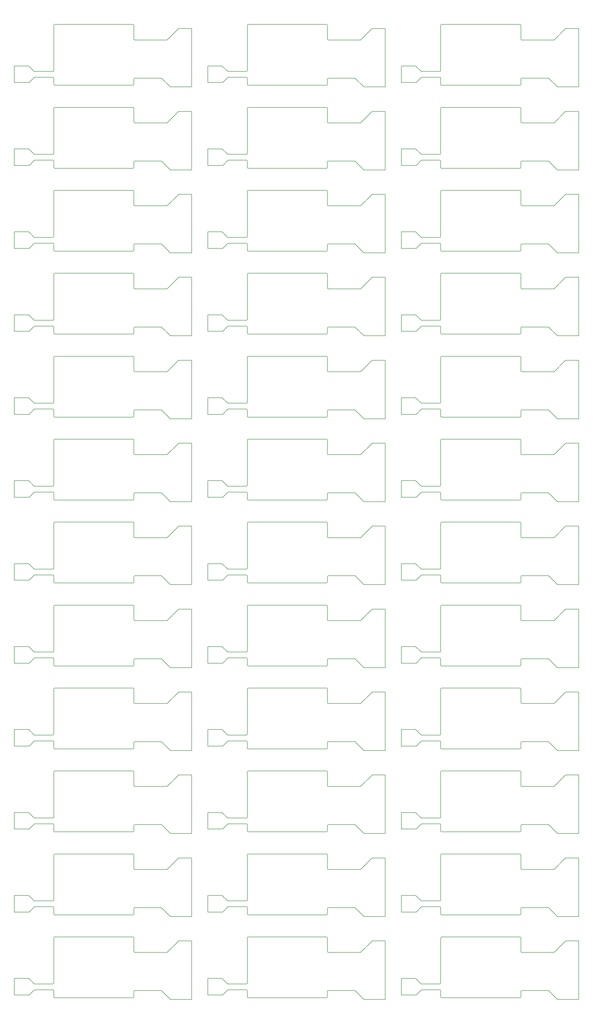
<source format=gbr>
G04 #@! TF.GenerationSoftware,KiCad,Pcbnew,(2017-07-13 revision e01eb2975)-makepkg*
G04 #@! TF.CreationDate,2017-08-29T12:18:45+02:00*
G04 #@! TF.ProjectId,panel,70616E656C2E6B696361645F70636200,rev?*
G04 #@! TF.SameCoordinates,Original
G04 #@! TF.FileFunction,Profile,NP*
%FSLAX46Y46*%
G04 Gerber Fmt 4.6, Leading zero omitted, Abs format (unit mm)*
G04 Created by KiCad (PCBNEW (2017-07-13 revision e01eb2975)-makepkg) date 08/29/17 12:18:45*
%MOMM*%
%LPD*%
G01*
G04 APERTURE LIST*
%ADD10C,0.150000*%
G04 APERTURE END LIST*
D10*
X184750000Y-357600000D02*
G75*
G03X185050000Y-357300000I0J300000D01*
G01*
X114750000Y-357600000D02*
G75*
G03X115050000Y-357300000I0J300000D01*
G01*
X44750000Y-357600000D02*
G75*
G03X45050000Y-357300000I0J300000D01*
G01*
X184750000Y-327600000D02*
G75*
G03X185050000Y-327300000I0J300000D01*
G01*
X114750000Y-327600000D02*
G75*
G03X115050000Y-327300000I0J300000D01*
G01*
X44750000Y-327600000D02*
G75*
G03X45050000Y-327300000I0J300000D01*
G01*
X184750000Y-297600000D02*
G75*
G03X185050000Y-297300000I0J300000D01*
G01*
X114750000Y-297600000D02*
G75*
G03X115050000Y-297300000I0J300000D01*
G01*
X44750000Y-297600000D02*
G75*
G03X45050000Y-297300000I0J300000D01*
G01*
X184750000Y-267600000D02*
G75*
G03X185050000Y-267300000I0J300000D01*
G01*
X114750000Y-267600000D02*
G75*
G03X115050000Y-267300000I0J300000D01*
G01*
X44750000Y-267600000D02*
G75*
G03X45050000Y-267300000I0J300000D01*
G01*
X184750000Y-237600000D02*
G75*
G03X185050000Y-237300000I0J300000D01*
G01*
X114750000Y-237600000D02*
G75*
G03X115050000Y-237300000I0J300000D01*
G01*
X44750000Y-237600000D02*
G75*
G03X45050000Y-237300000I0J300000D01*
G01*
X184750000Y-207600000D02*
G75*
G03X185050000Y-207300000I0J300000D01*
G01*
X114750000Y-207600000D02*
G75*
G03X115050000Y-207300000I0J300000D01*
G01*
X44750000Y-207600000D02*
G75*
G03X45050000Y-207300000I0J300000D01*
G01*
X184750000Y-177600000D02*
G75*
G03X185050000Y-177300000I0J300000D01*
G01*
X114750000Y-177600000D02*
G75*
G03X115050000Y-177300000I0J300000D01*
G01*
X44750000Y-177600000D02*
G75*
G03X45050000Y-177300000I0J300000D01*
G01*
X184750000Y-147600000D02*
G75*
G03X185050000Y-147300000I0J300000D01*
G01*
X114750000Y-147600000D02*
G75*
G03X115050000Y-147300000I0J300000D01*
G01*
X44750000Y-147600000D02*
G75*
G03X45050000Y-147300000I0J300000D01*
G01*
X184750000Y-117600000D02*
G75*
G03X185050000Y-117300000I0J300000D01*
G01*
X114750000Y-117600000D02*
G75*
G03X115050000Y-117300000I0J300000D01*
G01*
X44750000Y-117600000D02*
G75*
G03X45050000Y-117300000I0J300000D01*
G01*
X184750000Y-87600000D02*
G75*
G03X185050000Y-87300000I0J300000D01*
G01*
X114750000Y-87600000D02*
G75*
G03X115050000Y-87300000I0J300000D01*
G01*
X44750000Y-87600000D02*
G75*
G03X45050000Y-87300000I0J300000D01*
G01*
X184750000Y-57600000D02*
G75*
G03X185050000Y-57300000I0J300000D01*
G01*
X114750000Y-57600000D02*
G75*
G03X115050000Y-57300000I0J300000D01*
G01*
X44750000Y-57600000D02*
G75*
G03X45050000Y-57300000I0J300000D01*
G01*
X184750000Y-27600000D02*
G75*
G03X185050000Y-27300000I0J300000D01*
G01*
X114750000Y-27600000D02*
G75*
G03X115050000Y-27300000I0J300000D01*
G01*
X148975000Y-352600000D02*
X146975000Y-350600000D01*
X78975000Y-352600000D02*
X76975000Y-350600000D01*
X8975000Y-352600000D02*
X6975000Y-350600000D01*
X148975000Y-322600000D02*
X146975000Y-320600000D01*
X78975000Y-322600000D02*
X76975000Y-320600000D01*
X8975000Y-322600000D02*
X6975000Y-320600000D01*
X148975000Y-292600000D02*
X146975000Y-290600000D01*
X78975000Y-292600000D02*
X76975000Y-290600000D01*
X8975000Y-292600000D02*
X6975000Y-290600000D01*
X148975000Y-262600000D02*
X146975000Y-260600000D01*
X78975000Y-262600000D02*
X76975000Y-260600000D01*
X8975000Y-262600000D02*
X6975000Y-260600000D01*
X148975000Y-232600000D02*
X146975000Y-230600000D01*
X78975000Y-232600000D02*
X76975000Y-230600000D01*
X8975000Y-232600000D02*
X6975000Y-230600000D01*
X148975000Y-202600000D02*
X146975000Y-200600000D01*
X78975000Y-202600000D02*
X76975000Y-200600000D01*
X8975000Y-202600000D02*
X6975000Y-200600000D01*
X148975000Y-172600000D02*
X146975000Y-170600000D01*
X78975000Y-172600000D02*
X76975000Y-170600000D01*
X8975000Y-172600000D02*
X6975000Y-170600000D01*
X148975000Y-142600000D02*
X146975000Y-140600000D01*
X78975000Y-142600000D02*
X76975000Y-140600000D01*
X8975000Y-142600000D02*
X6975000Y-140600000D01*
X148975000Y-112600000D02*
X146975000Y-110600000D01*
X78975000Y-112600000D02*
X76975000Y-110600000D01*
X8975000Y-112600000D02*
X6975000Y-110600000D01*
X148975000Y-82600000D02*
X146975000Y-80600000D01*
X78975000Y-82600000D02*
X76975000Y-80600000D01*
X8975000Y-82600000D02*
X6975000Y-80600000D01*
X148975000Y-52600000D02*
X146975000Y-50600000D01*
X78975000Y-52600000D02*
X76975000Y-50600000D01*
X8975000Y-52600000D02*
X6975000Y-50600000D01*
X148975000Y-22600000D02*
X146975000Y-20600000D01*
X78975000Y-22600000D02*
X76975000Y-20600000D01*
X185050000Y-335900000D02*
G75*
G03X184750000Y-335600000I-300000J0D01*
G01*
X115050000Y-335900000D02*
G75*
G03X114750000Y-335600000I-300000J0D01*
G01*
X45050000Y-335900000D02*
G75*
G03X44750000Y-335600000I-300000J0D01*
G01*
X185050000Y-305900000D02*
G75*
G03X184750000Y-305600000I-300000J0D01*
G01*
X115050000Y-305900000D02*
G75*
G03X114750000Y-305600000I-300000J0D01*
G01*
X45050000Y-305900000D02*
G75*
G03X44750000Y-305600000I-300000J0D01*
G01*
X185050000Y-275900000D02*
G75*
G03X184750000Y-275600000I-300000J0D01*
G01*
X115050000Y-275900000D02*
G75*
G03X114750000Y-275600000I-300000J0D01*
G01*
X45050000Y-275900000D02*
G75*
G03X44750000Y-275600000I-300000J0D01*
G01*
X185050000Y-245900000D02*
G75*
G03X184750000Y-245600000I-300000J0D01*
G01*
X115050000Y-245900000D02*
G75*
G03X114750000Y-245600000I-300000J0D01*
G01*
X45050000Y-245900000D02*
G75*
G03X44750000Y-245600000I-300000J0D01*
G01*
X185050000Y-215900000D02*
G75*
G03X184750000Y-215600000I-300000J0D01*
G01*
X115050000Y-215900000D02*
G75*
G03X114750000Y-215600000I-300000J0D01*
G01*
X45050000Y-215900000D02*
G75*
G03X44750000Y-215600000I-300000J0D01*
G01*
X185050000Y-185900000D02*
G75*
G03X184750000Y-185600000I-300000J0D01*
G01*
X115050000Y-185900000D02*
G75*
G03X114750000Y-185600000I-300000J0D01*
G01*
X45050000Y-185900000D02*
G75*
G03X44750000Y-185600000I-300000J0D01*
G01*
X185050000Y-155900000D02*
G75*
G03X184750000Y-155600000I-300000J0D01*
G01*
X115050000Y-155900000D02*
G75*
G03X114750000Y-155600000I-300000J0D01*
G01*
X45050000Y-155900000D02*
G75*
G03X44750000Y-155600000I-300000J0D01*
G01*
X185050000Y-125900000D02*
G75*
G03X184750000Y-125600000I-300000J0D01*
G01*
X115050000Y-125900000D02*
G75*
G03X114750000Y-125600000I-300000J0D01*
G01*
X45050000Y-125900000D02*
G75*
G03X44750000Y-125600000I-300000J0D01*
G01*
X185050000Y-95900000D02*
G75*
G03X184750000Y-95600000I-300000J0D01*
G01*
X115050000Y-95900000D02*
G75*
G03X114750000Y-95600000I-300000J0D01*
G01*
X45050000Y-95900000D02*
G75*
G03X44750000Y-95600000I-300000J0D01*
G01*
X185050000Y-65900000D02*
G75*
G03X184750000Y-65600000I-300000J0D01*
G01*
X115050000Y-65900000D02*
G75*
G03X114750000Y-65600000I-300000J0D01*
G01*
X45050000Y-65900000D02*
G75*
G03X44750000Y-65600000I-300000J0D01*
G01*
X185050000Y-35900000D02*
G75*
G03X184750000Y-35600000I-300000J0D01*
G01*
X115050000Y-35900000D02*
G75*
G03X114750000Y-35600000I-300000J0D01*
G01*
X45050000Y-35900000D02*
G75*
G03X44750000Y-35600000I-300000J0D01*
G01*
X185050000Y-5900000D02*
G75*
G03X184750000Y-5600000I-300000J0D01*
G01*
X115050000Y-5900000D02*
G75*
G03X114750000Y-5600000I-300000J0D01*
G01*
X156050000Y-357300000D02*
G75*
G03X156350000Y-357600000I300000J0D01*
G01*
X86050000Y-357300000D02*
G75*
G03X86350000Y-357600000I300000J0D01*
G01*
X16050000Y-357300000D02*
G75*
G03X16350000Y-357600000I300000J0D01*
G01*
X156050000Y-327300000D02*
G75*
G03X156350000Y-327600000I300000J0D01*
G01*
X86050000Y-327300000D02*
G75*
G03X86350000Y-327600000I300000J0D01*
G01*
X16050000Y-327300000D02*
G75*
G03X16350000Y-327600000I300000J0D01*
G01*
X156050000Y-297300000D02*
G75*
G03X156350000Y-297600000I300000J0D01*
G01*
X86050000Y-297300000D02*
G75*
G03X86350000Y-297600000I300000J0D01*
G01*
X16050000Y-297300000D02*
G75*
G03X16350000Y-297600000I300000J0D01*
G01*
X156050000Y-267300000D02*
G75*
G03X156350000Y-267600000I300000J0D01*
G01*
X86050000Y-267300000D02*
G75*
G03X86350000Y-267600000I300000J0D01*
G01*
X16050000Y-267300000D02*
G75*
G03X16350000Y-267600000I300000J0D01*
G01*
X156050000Y-237300000D02*
G75*
G03X156350000Y-237600000I300000J0D01*
G01*
X86050000Y-237300000D02*
G75*
G03X86350000Y-237600000I300000J0D01*
G01*
X16050000Y-237300000D02*
G75*
G03X16350000Y-237600000I300000J0D01*
G01*
X156050000Y-207300000D02*
G75*
G03X156350000Y-207600000I300000J0D01*
G01*
X86050000Y-207300000D02*
G75*
G03X86350000Y-207600000I300000J0D01*
G01*
X16050000Y-207300000D02*
G75*
G03X16350000Y-207600000I300000J0D01*
G01*
X156050000Y-177300000D02*
G75*
G03X156350000Y-177600000I300000J0D01*
G01*
X86050000Y-177300000D02*
G75*
G03X86350000Y-177600000I300000J0D01*
G01*
X16050000Y-177300000D02*
G75*
G03X16350000Y-177600000I300000J0D01*
G01*
X156050000Y-147300000D02*
G75*
G03X156350000Y-147600000I300000J0D01*
G01*
X86050000Y-147300000D02*
G75*
G03X86350000Y-147600000I300000J0D01*
G01*
X16050000Y-147300000D02*
G75*
G03X16350000Y-147600000I300000J0D01*
G01*
X156050000Y-117300000D02*
G75*
G03X156350000Y-117600000I300000J0D01*
G01*
X86050000Y-117300000D02*
G75*
G03X86350000Y-117600000I300000J0D01*
G01*
X16050000Y-117300000D02*
G75*
G03X16350000Y-117600000I300000J0D01*
G01*
X156050000Y-87300000D02*
G75*
G03X156350000Y-87600000I300000J0D01*
G01*
X86050000Y-87300000D02*
G75*
G03X86350000Y-87600000I300000J0D01*
G01*
X16050000Y-87300000D02*
G75*
G03X16350000Y-87600000I300000J0D01*
G01*
X156050000Y-57300000D02*
G75*
G03X156350000Y-57600000I300000J0D01*
G01*
X86050000Y-57300000D02*
G75*
G03X86350000Y-57600000I300000J0D01*
G01*
X16050000Y-57300000D02*
G75*
G03X16350000Y-57600000I300000J0D01*
G01*
X156050000Y-27300000D02*
G75*
G03X156350000Y-27600000I300000J0D01*
G01*
X86050000Y-27300000D02*
G75*
G03X86350000Y-27600000I300000J0D01*
G01*
X156350000Y-357600000D02*
X184750000Y-357600000D01*
X86350000Y-357600000D02*
X114750000Y-357600000D01*
X16350000Y-357600000D02*
X44750000Y-357600000D01*
X156350000Y-327600000D02*
X184750000Y-327600000D01*
X86350000Y-327600000D02*
X114750000Y-327600000D01*
X16350000Y-327600000D02*
X44750000Y-327600000D01*
X156350000Y-297600000D02*
X184750000Y-297600000D01*
X86350000Y-297600000D02*
X114750000Y-297600000D01*
X16350000Y-297600000D02*
X44750000Y-297600000D01*
X156350000Y-267600000D02*
X184750000Y-267600000D01*
X86350000Y-267600000D02*
X114750000Y-267600000D01*
X16350000Y-267600000D02*
X44750000Y-267600000D01*
X156350000Y-237600000D02*
X184750000Y-237600000D01*
X86350000Y-237600000D02*
X114750000Y-237600000D01*
X16350000Y-237600000D02*
X44750000Y-237600000D01*
X156350000Y-207600000D02*
X184750000Y-207600000D01*
X86350000Y-207600000D02*
X114750000Y-207600000D01*
X16350000Y-207600000D02*
X44750000Y-207600000D01*
X156350000Y-177600000D02*
X184750000Y-177600000D01*
X86350000Y-177600000D02*
X114750000Y-177600000D01*
X16350000Y-177600000D02*
X44750000Y-177600000D01*
X156350000Y-147600000D02*
X184750000Y-147600000D01*
X86350000Y-147600000D02*
X114750000Y-147600000D01*
X16350000Y-147600000D02*
X44750000Y-147600000D01*
X156350000Y-117600000D02*
X184750000Y-117600000D01*
X86350000Y-117600000D02*
X114750000Y-117600000D01*
X16350000Y-117600000D02*
X44750000Y-117600000D01*
X156350000Y-87600000D02*
X184750000Y-87600000D01*
X86350000Y-87600000D02*
X114750000Y-87600000D01*
X16350000Y-87600000D02*
X44750000Y-87600000D01*
X156350000Y-57600000D02*
X184750000Y-57600000D01*
X86350000Y-57600000D02*
X114750000Y-57600000D01*
X16350000Y-57600000D02*
X44750000Y-57600000D01*
X156350000Y-27600000D02*
X184750000Y-27600000D01*
X86350000Y-27600000D02*
X114750000Y-27600000D01*
X156350000Y-335600000D02*
G75*
G03X156050000Y-335900000I0J-300000D01*
G01*
X86350000Y-335600000D02*
G75*
G03X86050000Y-335900000I0J-300000D01*
G01*
X16350000Y-335600000D02*
G75*
G03X16050000Y-335900000I0J-300000D01*
G01*
X156350000Y-305600000D02*
G75*
G03X156050000Y-305900000I0J-300000D01*
G01*
X86350000Y-305600000D02*
G75*
G03X86050000Y-305900000I0J-300000D01*
G01*
X16350000Y-305600000D02*
G75*
G03X16050000Y-305900000I0J-300000D01*
G01*
X156350000Y-275600000D02*
G75*
G03X156050000Y-275900000I0J-300000D01*
G01*
X86350000Y-275600000D02*
G75*
G03X86050000Y-275900000I0J-300000D01*
G01*
X16350000Y-275600000D02*
G75*
G03X16050000Y-275900000I0J-300000D01*
G01*
X156350000Y-245600000D02*
G75*
G03X156050000Y-245900000I0J-300000D01*
G01*
X86350000Y-245600000D02*
G75*
G03X86050000Y-245900000I0J-300000D01*
G01*
X16350000Y-245600000D02*
G75*
G03X16050000Y-245900000I0J-300000D01*
G01*
X156350000Y-215600000D02*
G75*
G03X156050000Y-215900000I0J-300000D01*
G01*
X86350000Y-215600000D02*
G75*
G03X86050000Y-215900000I0J-300000D01*
G01*
X16350000Y-215600000D02*
G75*
G03X16050000Y-215900000I0J-300000D01*
G01*
X156350000Y-185600000D02*
G75*
G03X156050000Y-185900000I0J-300000D01*
G01*
X86350000Y-185600000D02*
G75*
G03X86050000Y-185900000I0J-300000D01*
G01*
X16350000Y-185600000D02*
G75*
G03X16050000Y-185900000I0J-300000D01*
G01*
X156350000Y-155600000D02*
G75*
G03X156050000Y-155900000I0J-300000D01*
G01*
X86350000Y-155600000D02*
G75*
G03X86050000Y-155900000I0J-300000D01*
G01*
X16350000Y-155600000D02*
G75*
G03X16050000Y-155900000I0J-300000D01*
G01*
X156350000Y-125600000D02*
G75*
G03X156050000Y-125900000I0J-300000D01*
G01*
X86350000Y-125600000D02*
G75*
G03X86050000Y-125900000I0J-300000D01*
G01*
X16350000Y-125600000D02*
G75*
G03X16050000Y-125900000I0J-300000D01*
G01*
X156350000Y-95600000D02*
G75*
G03X156050000Y-95900000I0J-300000D01*
G01*
X86350000Y-95600000D02*
G75*
G03X86050000Y-95900000I0J-300000D01*
G01*
X16350000Y-95600000D02*
G75*
G03X16050000Y-95900000I0J-300000D01*
G01*
X156350000Y-65600000D02*
G75*
G03X156050000Y-65900000I0J-300000D01*
G01*
X86350000Y-65600000D02*
G75*
G03X86050000Y-65900000I0J-300000D01*
G01*
X16350000Y-65600000D02*
G75*
G03X16050000Y-65900000I0J-300000D01*
G01*
X156350000Y-35600000D02*
G75*
G03X156050000Y-35900000I0J-300000D01*
G01*
X86350000Y-35600000D02*
G75*
G03X86050000Y-35900000I0J-300000D01*
G01*
X16350000Y-35600000D02*
G75*
G03X16050000Y-35900000I0J-300000D01*
G01*
X156350000Y-5600000D02*
G75*
G03X156050000Y-5900000I0J-300000D01*
G01*
X86350000Y-5600000D02*
G75*
G03X86050000Y-5900000I0J-300000D01*
G01*
X146975000Y-350600000D02*
X141775000Y-350600000D01*
X76975000Y-350600000D02*
X71775000Y-350600000D01*
X6975000Y-350600000D02*
X1775000Y-350600000D01*
X146975000Y-320600000D02*
X141775000Y-320600000D01*
X76975000Y-320600000D02*
X71775000Y-320600000D01*
X6975000Y-320600000D02*
X1775000Y-320600000D01*
X146975000Y-290600000D02*
X141775000Y-290600000D01*
X76975000Y-290600000D02*
X71775000Y-290600000D01*
X6975000Y-290600000D02*
X1775000Y-290600000D01*
X146975000Y-260600000D02*
X141775000Y-260600000D01*
X76975000Y-260600000D02*
X71775000Y-260600000D01*
X6975000Y-260600000D02*
X1775000Y-260600000D01*
X146975000Y-230600000D02*
X141775000Y-230600000D01*
X76975000Y-230600000D02*
X71775000Y-230600000D01*
X6975000Y-230600000D02*
X1775000Y-230600000D01*
X146975000Y-200600000D02*
X141775000Y-200600000D01*
X76975000Y-200600000D02*
X71775000Y-200600000D01*
X6975000Y-200600000D02*
X1775000Y-200600000D01*
X146975000Y-170600000D02*
X141775000Y-170600000D01*
X76975000Y-170600000D02*
X71775000Y-170600000D01*
X6975000Y-170600000D02*
X1775000Y-170600000D01*
X146975000Y-140600000D02*
X141775000Y-140600000D01*
X76975000Y-140600000D02*
X71775000Y-140600000D01*
X6975000Y-140600000D02*
X1775000Y-140600000D01*
X146975000Y-110600000D02*
X141775000Y-110600000D01*
X76975000Y-110600000D02*
X71775000Y-110600000D01*
X6975000Y-110600000D02*
X1775000Y-110600000D01*
X146975000Y-80600000D02*
X141775000Y-80600000D01*
X76975000Y-80600000D02*
X71775000Y-80600000D01*
X6975000Y-80600000D02*
X1775000Y-80600000D01*
X146975000Y-50600000D02*
X141775000Y-50600000D01*
X76975000Y-50600000D02*
X71775000Y-50600000D01*
X6975000Y-50600000D02*
X1775000Y-50600000D01*
X146975000Y-20600000D02*
X141775000Y-20600000D01*
X76975000Y-20600000D02*
X71775000Y-20600000D01*
X141775000Y-350600000D02*
X141775000Y-355300000D01*
X71775000Y-350600000D02*
X71775000Y-355300000D01*
X1775000Y-350600000D02*
X1775000Y-355300000D01*
X141775000Y-320600000D02*
X141775000Y-325300000D01*
X71775000Y-320600000D02*
X71775000Y-325300000D01*
X1775000Y-320600000D02*
X1775000Y-325300000D01*
X141775000Y-290600000D02*
X141775000Y-295300000D01*
X71775000Y-290600000D02*
X71775000Y-295300000D01*
X1775000Y-290600000D02*
X1775000Y-295300000D01*
X141775000Y-260600000D02*
X141775000Y-265300000D01*
X71775000Y-260600000D02*
X71775000Y-265300000D01*
X1775000Y-260600000D02*
X1775000Y-265300000D01*
X141775000Y-230600000D02*
X141775000Y-235300000D01*
X71775000Y-230600000D02*
X71775000Y-235300000D01*
X1775000Y-230600000D02*
X1775000Y-235300000D01*
X141775000Y-200600000D02*
X141775000Y-205300000D01*
X71775000Y-200600000D02*
X71775000Y-205300000D01*
X1775000Y-200600000D02*
X1775000Y-205300000D01*
X141775000Y-170600000D02*
X141775000Y-175300000D01*
X71775000Y-170600000D02*
X71775000Y-175300000D01*
X1775000Y-170600000D02*
X1775000Y-175300000D01*
X141775000Y-140600000D02*
X141775000Y-145300000D01*
X71775000Y-140600000D02*
X71775000Y-145300000D01*
X1775000Y-140600000D02*
X1775000Y-145300000D01*
X141775000Y-110600000D02*
X141775000Y-115300000D01*
X71775000Y-110600000D02*
X71775000Y-115300000D01*
X1775000Y-110600000D02*
X1775000Y-115300000D01*
X141775000Y-80600000D02*
X141775000Y-85300000D01*
X71775000Y-80600000D02*
X71775000Y-85300000D01*
X1775000Y-80600000D02*
X1775000Y-85300000D01*
X141775000Y-50600000D02*
X141775000Y-55300000D01*
X71775000Y-50600000D02*
X71775000Y-55300000D01*
X1775000Y-50600000D02*
X1775000Y-55300000D01*
X141775000Y-20600000D02*
X141775000Y-25300000D01*
X71775000Y-20600000D02*
X71775000Y-25300000D01*
X141775000Y-355300000D02*
X141775000Y-356600000D01*
X71775000Y-355300000D02*
X71775000Y-356600000D01*
X1775000Y-355300000D02*
X1775000Y-356600000D01*
X141775000Y-325300000D02*
X141775000Y-326600000D01*
X71775000Y-325300000D02*
X71775000Y-326600000D01*
X1775000Y-325300000D02*
X1775000Y-326600000D01*
X141775000Y-295300000D02*
X141775000Y-296600000D01*
X71775000Y-295300000D02*
X71775000Y-296600000D01*
X1775000Y-295300000D02*
X1775000Y-296600000D01*
X141775000Y-265300000D02*
X141775000Y-266600000D01*
X71775000Y-265300000D02*
X71775000Y-266600000D01*
X1775000Y-265300000D02*
X1775000Y-266600000D01*
X141775000Y-235300000D02*
X141775000Y-236600000D01*
X71775000Y-235300000D02*
X71775000Y-236600000D01*
X1775000Y-235300000D02*
X1775000Y-236600000D01*
X141775000Y-205300000D02*
X141775000Y-206600000D01*
X71775000Y-205300000D02*
X71775000Y-206600000D01*
X1775000Y-205300000D02*
X1775000Y-206600000D01*
X141775000Y-175300000D02*
X141775000Y-176600000D01*
X71775000Y-175300000D02*
X71775000Y-176600000D01*
X1775000Y-175300000D02*
X1775000Y-176600000D01*
X141775000Y-145300000D02*
X141775000Y-146600000D01*
X71775000Y-145300000D02*
X71775000Y-146600000D01*
X1775000Y-145300000D02*
X1775000Y-146600000D01*
X141775000Y-115300000D02*
X141775000Y-116600000D01*
X71775000Y-115300000D02*
X71775000Y-116600000D01*
X1775000Y-115300000D02*
X1775000Y-116600000D01*
X141775000Y-85300000D02*
X141775000Y-86600000D01*
X71775000Y-85300000D02*
X71775000Y-86600000D01*
X1775000Y-85300000D02*
X1775000Y-86600000D01*
X141775000Y-55300000D02*
X141775000Y-56600000D01*
X71775000Y-55300000D02*
X71775000Y-56600000D01*
X1775000Y-55300000D02*
X1775000Y-56600000D01*
X141775000Y-25300000D02*
X141775000Y-26600000D01*
X71775000Y-25300000D02*
X71775000Y-26600000D01*
X156350000Y-335600000D02*
X184750000Y-335600000D01*
X86350000Y-335600000D02*
X114750000Y-335600000D01*
X16350000Y-335600000D02*
X44750000Y-335600000D01*
X156350000Y-305600000D02*
X184750000Y-305600000D01*
X86350000Y-305600000D02*
X114750000Y-305600000D01*
X16350000Y-305600000D02*
X44750000Y-305600000D01*
X156350000Y-275600000D02*
X184750000Y-275600000D01*
X86350000Y-275600000D02*
X114750000Y-275600000D01*
X16350000Y-275600000D02*
X44750000Y-275600000D01*
X156350000Y-245600000D02*
X184750000Y-245600000D01*
X86350000Y-245600000D02*
X114750000Y-245600000D01*
X16350000Y-245600000D02*
X44750000Y-245600000D01*
X156350000Y-215600000D02*
X184750000Y-215600000D01*
X86350000Y-215600000D02*
X114750000Y-215600000D01*
X16350000Y-215600000D02*
X44750000Y-215600000D01*
X156350000Y-185600000D02*
X184750000Y-185600000D01*
X86350000Y-185600000D02*
X114750000Y-185600000D01*
X16350000Y-185600000D02*
X44750000Y-185600000D01*
X156350000Y-155600000D02*
X184750000Y-155600000D01*
X86350000Y-155600000D02*
X114750000Y-155600000D01*
X16350000Y-155600000D02*
X44750000Y-155600000D01*
X156350000Y-125600000D02*
X184750000Y-125600000D01*
X86350000Y-125600000D02*
X114750000Y-125600000D01*
X16350000Y-125600000D02*
X44750000Y-125600000D01*
X156350000Y-95600000D02*
X184750000Y-95600000D01*
X86350000Y-95600000D02*
X114750000Y-95600000D01*
X16350000Y-95600000D02*
X44750000Y-95600000D01*
X156350000Y-65600000D02*
X184750000Y-65600000D01*
X86350000Y-65600000D02*
X114750000Y-65600000D01*
X16350000Y-65600000D02*
X44750000Y-65600000D01*
X156350000Y-35600000D02*
X184750000Y-35600000D01*
X86350000Y-35600000D02*
X114750000Y-35600000D01*
X16350000Y-35600000D02*
X44750000Y-35600000D01*
X156350000Y-5600000D02*
X184750000Y-5600000D01*
X86350000Y-5600000D02*
X114750000Y-5600000D01*
X141775000Y-356600000D02*
X147175000Y-356600000D01*
X71775000Y-356600000D02*
X77175000Y-356600000D01*
X1775000Y-356600000D02*
X7175000Y-356600000D01*
X141775000Y-326600000D02*
X147175000Y-326600000D01*
X71775000Y-326600000D02*
X77175000Y-326600000D01*
X1775000Y-326600000D02*
X7175000Y-326600000D01*
X141775000Y-296600000D02*
X147175000Y-296600000D01*
X71775000Y-296600000D02*
X77175000Y-296600000D01*
X1775000Y-296600000D02*
X7175000Y-296600000D01*
X141775000Y-266600000D02*
X147175000Y-266600000D01*
X71775000Y-266600000D02*
X77175000Y-266600000D01*
X1775000Y-266600000D02*
X7175000Y-266600000D01*
X141775000Y-236600000D02*
X147175000Y-236600000D01*
X71775000Y-236600000D02*
X77175000Y-236600000D01*
X1775000Y-236600000D02*
X7175000Y-236600000D01*
X141775000Y-206600000D02*
X147175000Y-206600000D01*
X71775000Y-206600000D02*
X77175000Y-206600000D01*
X1775000Y-206600000D02*
X7175000Y-206600000D01*
X141775000Y-176600000D02*
X147175000Y-176600000D01*
X71775000Y-176600000D02*
X77175000Y-176600000D01*
X1775000Y-176600000D02*
X7175000Y-176600000D01*
X141775000Y-146600000D02*
X147175000Y-146600000D01*
X71775000Y-146600000D02*
X77175000Y-146600000D01*
X1775000Y-146600000D02*
X7175000Y-146600000D01*
X141775000Y-116600000D02*
X147175000Y-116600000D01*
X71775000Y-116600000D02*
X77175000Y-116600000D01*
X1775000Y-116600000D02*
X7175000Y-116600000D01*
X141775000Y-86600000D02*
X147175000Y-86600000D01*
X71775000Y-86600000D02*
X77175000Y-86600000D01*
X1775000Y-86600000D02*
X7175000Y-86600000D01*
X141775000Y-56600000D02*
X147175000Y-56600000D01*
X71775000Y-56600000D02*
X77175000Y-56600000D01*
X1775000Y-56600000D02*
X7175000Y-56600000D01*
X141775000Y-26600000D02*
X147175000Y-26600000D01*
X71775000Y-26600000D02*
X77175000Y-26600000D01*
X147175000Y-356600000D02*
X149075000Y-354700000D01*
X77175000Y-356600000D02*
X79075000Y-354700000D01*
X7175000Y-356600000D02*
X9075000Y-354700000D01*
X147175000Y-326600000D02*
X149075000Y-324700000D01*
X77175000Y-326600000D02*
X79075000Y-324700000D01*
X7175000Y-326600000D02*
X9075000Y-324700000D01*
X147175000Y-296600000D02*
X149075000Y-294700000D01*
X77175000Y-296600000D02*
X79075000Y-294700000D01*
X7175000Y-296600000D02*
X9075000Y-294700000D01*
X147175000Y-266600000D02*
X149075000Y-264700000D01*
X77175000Y-266600000D02*
X79075000Y-264700000D01*
X7175000Y-266600000D02*
X9075000Y-264700000D01*
X147175000Y-236600000D02*
X149075000Y-234700000D01*
X77175000Y-236600000D02*
X79075000Y-234700000D01*
X7175000Y-236600000D02*
X9075000Y-234700000D01*
X147175000Y-206600000D02*
X149075000Y-204700000D01*
X77175000Y-206600000D02*
X79075000Y-204700000D01*
X7175000Y-206600000D02*
X9075000Y-204700000D01*
X147175000Y-176600000D02*
X149075000Y-174700000D01*
X77175000Y-176600000D02*
X79075000Y-174700000D01*
X7175000Y-176600000D02*
X9075000Y-174700000D01*
X147175000Y-146600000D02*
X149075000Y-144700000D01*
X77175000Y-146600000D02*
X79075000Y-144700000D01*
X7175000Y-146600000D02*
X9075000Y-144700000D01*
X147175000Y-116600000D02*
X149075000Y-114700000D01*
X77175000Y-116600000D02*
X79075000Y-114700000D01*
X7175000Y-116600000D02*
X9075000Y-114700000D01*
X147175000Y-86600000D02*
X149075000Y-84700000D01*
X77175000Y-86600000D02*
X79075000Y-84700000D01*
X7175000Y-86600000D02*
X9075000Y-84700000D01*
X147175000Y-56600000D02*
X149075000Y-54700000D01*
X77175000Y-56600000D02*
X79075000Y-54700000D01*
X7175000Y-56600000D02*
X9075000Y-54700000D01*
X147175000Y-26600000D02*
X149075000Y-24700000D01*
X77175000Y-26600000D02*
X79075000Y-24700000D01*
X156055000Y-357295000D02*
X156055000Y-354995000D01*
X86055000Y-357295000D02*
X86055000Y-354995000D01*
X16055000Y-357295000D02*
X16055000Y-354995000D01*
X156055000Y-327295000D02*
X156055000Y-324995000D01*
X86055000Y-327295000D02*
X86055000Y-324995000D01*
X16055000Y-327295000D02*
X16055000Y-324995000D01*
X156055000Y-297295000D02*
X156055000Y-294995000D01*
X86055000Y-297295000D02*
X86055000Y-294995000D01*
X16055000Y-297295000D02*
X16055000Y-294995000D01*
X156055000Y-267295000D02*
X156055000Y-264995000D01*
X86055000Y-267295000D02*
X86055000Y-264995000D01*
X16055000Y-267295000D02*
X16055000Y-264995000D01*
X156055000Y-237295000D02*
X156055000Y-234995000D01*
X86055000Y-237295000D02*
X86055000Y-234995000D01*
X16055000Y-237295000D02*
X16055000Y-234995000D01*
X156055000Y-207295000D02*
X156055000Y-204995000D01*
X86055000Y-207295000D02*
X86055000Y-204995000D01*
X16055000Y-207295000D02*
X16055000Y-204995000D01*
X156055000Y-177295000D02*
X156055000Y-174995000D01*
X86055000Y-177295000D02*
X86055000Y-174995000D01*
X16055000Y-177295000D02*
X16055000Y-174995000D01*
X156055000Y-147295000D02*
X156055000Y-144995000D01*
X86055000Y-147295000D02*
X86055000Y-144995000D01*
X16055000Y-147295000D02*
X16055000Y-144995000D01*
X156055000Y-117295000D02*
X156055000Y-114995000D01*
X86055000Y-117295000D02*
X86055000Y-114995000D01*
X16055000Y-117295000D02*
X16055000Y-114995000D01*
X156055000Y-87295000D02*
X156055000Y-84995000D01*
X86055000Y-87295000D02*
X86055000Y-84995000D01*
X16055000Y-87295000D02*
X16055000Y-84995000D01*
X156055000Y-57295000D02*
X156055000Y-54995000D01*
X86055000Y-57295000D02*
X86055000Y-54995000D01*
X16055000Y-57295000D02*
X16055000Y-54995000D01*
X156055000Y-27295000D02*
X156055000Y-24995000D01*
X86055000Y-27295000D02*
X86055000Y-24995000D01*
X205950000Y-345400000D02*
X205950000Y-358200000D01*
X135950000Y-345400000D02*
X135950000Y-358200000D01*
X65950000Y-345400000D02*
X65950000Y-358200000D01*
X205950000Y-315400000D02*
X205950000Y-328200000D01*
X135950000Y-315400000D02*
X135950000Y-328200000D01*
X65950000Y-315400000D02*
X65950000Y-328200000D01*
X205950000Y-285400000D02*
X205950000Y-298200000D01*
X135950000Y-285400000D02*
X135950000Y-298200000D01*
X65950000Y-285400000D02*
X65950000Y-298200000D01*
X205950000Y-255400000D02*
X205950000Y-268200000D01*
X135950000Y-255400000D02*
X135950000Y-268200000D01*
X65950000Y-255400000D02*
X65950000Y-268200000D01*
X205950000Y-225400000D02*
X205950000Y-238200000D01*
X135950000Y-225400000D02*
X135950000Y-238200000D01*
X65950000Y-225400000D02*
X65950000Y-238200000D01*
X205950000Y-195400000D02*
X205950000Y-208200000D01*
X135950000Y-195400000D02*
X135950000Y-208200000D01*
X65950000Y-195400000D02*
X65950000Y-208200000D01*
X205950000Y-165400000D02*
X205950000Y-178200000D01*
X135950000Y-165400000D02*
X135950000Y-178200000D01*
X65950000Y-165400000D02*
X65950000Y-178200000D01*
X205950000Y-135400000D02*
X205950000Y-148200000D01*
X135950000Y-135400000D02*
X135950000Y-148200000D01*
X65950000Y-135400000D02*
X65950000Y-148200000D01*
X205950000Y-105400000D02*
X205950000Y-118200000D01*
X135950000Y-105400000D02*
X135950000Y-118200000D01*
X65950000Y-105400000D02*
X65950000Y-118200000D01*
X205950000Y-75400000D02*
X205950000Y-88200000D01*
X135950000Y-75400000D02*
X135950000Y-88200000D01*
X65950000Y-75400000D02*
X65950000Y-88200000D01*
X205950000Y-45400000D02*
X205950000Y-58200000D01*
X135950000Y-45400000D02*
X135950000Y-58200000D01*
X65950000Y-45400000D02*
X65950000Y-58200000D01*
X205950000Y-15400000D02*
X205950000Y-28200000D01*
X135950000Y-15400000D02*
X135950000Y-28200000D01*
X205950000Y-358200000D02*
X198250000Y-358200000D01*
X135950000Y-358200000D02*
X128250000Y-358200000D01*
X65950000Y-358200000D02*
X58250000Y-358200000D01*
X205950000Y-328200000D02*
X198250000Y-328200000D01*
X135950000Y-328200000D02*
X128250000Y-328200000D01*
X65950000Y-328200000D02*
X58250000Y-328200000D01*
X205950000Y-298200000D02*
X198250000Y-298200000D01*
X135950000Y-298200000D02*
X128250000Y-298200000D01*
X65950000Y-298200000D02*
X58250000Y-298200000D01*
X205950000Y-268200000D02*
X198250000Y-268200000D01*
X135950000Y-268200000D02*
X128250000Y-268200000D01*
X65950000Y-268200000D02*
X58250000Y-268200000D01*
X205950000Y-238200000D02*
X198250000Y-238200000D01*
X135950000Y-238200000D02*
X128250000Y-238200000D01*
X65950000Y-238200000D02*
X58250000Y-238200000D01*
X205950000Y-208200000D02*
X198250000Y-208200000D01*
X135950000Y-208200000D02*
X128250000Y-208200000D01*
X65950000Y-208200000D02*
X58250000Y-208200000D01*
X205950000Y-178200000D02*
X198250000Y-178200000D01*
X135950000Y-178200000D02*
X128250000Y-178200000D01*
X65950000Y-178200000D02*
X58250000Y-178200000D01*
X205950000Y-148200000D02*
X198250000Y-148200000D01*
X135950000Y-148200000D02*
X128250000Y-148200000D01*
X65950000Y-148200000D02*
X58250000Y-148200000D01*
X205950000Y-118200000D02*
X198250000Y-118200000D01*
X135950000Y-118200000D02*
X128250000Y-118200000D01*
X65950000Y-118200000D02*
X58250000Y-118200000D01*
X205950000Y-88200000D02*
X198250000Y-88200000D01*
X135950000Y-88200000D02*
X128250000Y-88200000D01*
X65950000Y-88200000D02*
X58250000Y-88200000D01*
X205950000Y-58200000D02*
X198250000Y-58200000D01*
X135950000Y-58200000D02*
X128250000Y-58200000D01*
X65950000Y-58200000D02*
X58250000Y-58200000D01*
X205950000Y-28200000D02*
X198250000Y-28200000D01*
X135950000Y-28200000D02*
X128250000Y-28200000D01*
X198250000Y-358200000D02*
X195050000Y-355000000D01*
X128250000Y-358200000D02*
X125050000Y-355000000D01*
X58250000Y-358200000D02*
X55050000Y-355000000D01*
X198250000Y-328200000D02*
X195050000Y-325000000D01*
X128250000Y-328200000D02*
X125050000Y-325000000D01*
X58250000Y-328200000D02*
X55050000Y-325000000D01*
X198250000Y-298200000D02*
X195050000Y-295000000D01*
X128250000Y-298200000D02*
X125050000Y-295000000D01*
X58250000Y-298200000D02*
X55050000Y-295000000D01*
X198250000Y-268200000D02*
X195050000Y-265000000D01*
X128250000Y-268200000D02*
X125050000Y-265000000D01*
X58250000Y-268200000D02*
X55050000Y-265000000D01*
X198250000Y-238200000D02*
X195050000Y-235000000D01*
X128250000Y-238200000D02*
X125050000Y-235000000D01*
X58250000Y-238200000D02*
X55050000Y-235000000D01*
X198250000Y-208200000D02*
X195050000Y-205000000D01*
X128250000Y-208200000D02*
X125050000Y-205000000D01*
X58250000Y-208200000D02*
X55050000Y-205000000D01*
X198250000Y-178200000D02*
X195050000Y-175000000D01*
X128250000Y-178200000D02*
X125050000Y-175000000D01*
X58250000Y-178200000D02*
X55050000Y-175000000D01*
X198250000Y-148200000D02*
X195050000Y-145000000D01*
X128250000Y-148200000D02*
X125050000Y-145000000D01*
X58250000Y-148200000D02*
X55050000Y-145000000D01*
X198250000Y-118200000D02*
X195050000Y-115000000D01*
X128250000Y-118200000D02*
X125050000Y-115000000D01*
X58250000Y-118200000D02*
X55050000Y-115000000D01*
X198250000Y-88200000D02*
X195050000Y-85000000D01*
X128250000Y-88200000D02*
X125050000Y-85000000D01*
X58250000Y-88200000D02*
X55050000Y-85000000D01*
X198250000Y-58200000D02*
X195050000Y-55000000D01*
X128250000Y-58200000D02*
X125050000Y-55000000D01*
X58250000Y-58200000D02*
X55050000Y-55000000D01*
X198250000Y-28200000D02*
X195050000Y-25000000D01*
X128250000Y-28200000D02*
X125050000Y-25000000D01*
X185050000Y-335900000D02*
X185050000Y-340900000D01*
X115050000Y-335900000D02*
X115050000Y-340900000D01*
X45050000Y-335900000D02*
X45050000Y-340900000D01*
X185050000Y-305900000D02*
X185050000Y-310900000D01*
X115050000Y-305900000D02*
X115050000Y-310900000D01*
X45050000Y-305900000D02*
X45050000Y-310900000D01*
X185050000Y-275900000D02*
X185050000Y-280900000D01*
X115050000Y-275900000D02*
X115050000Y-280900000D01*
X45050000Y-275900000D02*
X45050000Y-280900000D01*
X185050000Y-245900000D02*
X185050000Y-250900000D01*
X115050000Y-245900000D02*
X115050000Y-250900000D01*
X45050000Y-245900000D02*
X45050000Y-250900000D01*
X185050000Y-215900000D02*
X185050000Y-220900000D01*
X115050000Y-215900000D02*
X115050000Y-220900000D01*
X45050000Y-215900000D02*
X45050000Y-220900000D01*
X185050000Y-185900000D02*
X185050000Y-190900000D01*
X115050000Y-185900000D02*
X115050000Y-190900000D01*
X45050000Y-185900000D02*
X45050000Y-190900000D01*
X185050000Y-155900000D02*
X185050000Y-160900000D01*
X115050000Y-155900000D02*
X115050000Y-160900000D01*
X45050000Y-155900000D02*
X45050000Y-160900000D01*
X185050000Y-125900000D02*
X185050000Y-130900000D01*
X115050000Y-125900000D02*
X115050000Y-130900000D01*
X45050000Y-125900000D02*
X45050000Y-130900000D01*
X185050000Y-95900000D02*
X185050000Y-100900000D01*
X115050000Y-95900000D02*
X115050000Y-100900000D01*
X45050000Y-95900000D02*
X45050000Y-100900000D01*
X185050000Y-65900000D02*
X185050000Y-70900000D01*
X115050000Y-65900000D02*
X115050000Y-70900000D01*
X45050000Y-65900000D02*
X45050000Y-70900000D01*
X185050000Y-35900000D02*
X185050000Y-40900000D01*
X115050000Y-35900000D02*
X115050000Y-40900000D01*
X45050000Y-35900000D02*
X45050000Y-40900000D01*
X185050000Y-5900000D02*
X185050000Y-10900000D01*
X115050000Y-5900000D02*
X115050000Y-10900000D01*
X195050000Y-355000000D02*
X185350000Y-355000000D01*
X125050000Y-355000000D02*
X115350000Y-355000000D01*
X55050000Y-355000000D02*
X45350000Y-355000000D01*
X195050000Y-325000000D02*
X185350000Y-325000000D01*
X125050000Y-325000000D02*
X115350000Y-325000000D01*
X55050000Y-325000000D02*
X45350000Y-325000000D01*
X195050000Y-295000000D02*
X185350000Y-295000000D01*
X125050000Y-295000000D02*
X115350000Y-295000000D01*
X55050000Y-295000000D02*
X45350000Y-295000000D01*
X195050000Y-265000000D02*
X185350000Y-265000000D01*
X125050000Y-265000000D02*
X115350000Y-265000000D01*
X55050000Y-265000000D02*
X45350000Y-265000000D01*
X195050000Y-235000000D02*
X185350000Y-235000000D01*
X125050000Y-235000000D02*
X115350000Y-235000000D01*
X55050000Y-235000000D02*
X45350000Y-235000000D01*
X195050000Y-205000000D02*
X185350000Y-205000000D01*
X125050000Y-205000000D02*
X115350000Y-205000000D01*
X55050000Y-205000000D02*
X45350000Y-205000000D01*
X195050000Y-175000000D02*
X185350000Y-175000000D01*
X125050000Y-175000000D02*
X115350000Y-175000000D01*
X55050000Y-175000000D02*
X45350000Y-175000000D01*
X195050000Y-145000000D02*
X185350000Y-145000000D01*
X125050000Y-145000000D02*
X115350000Y-145000000D01*
X55050000Y-145000000D02*
X45350000Y-145000000D01*
X195050000Y-115000000D02*
X185350000Y-115000000D01*
X125050000Y-115000000D02*
X115350000Y-115000000D01*
X55050000Y-115000000D02*
X45350000Y-115000000D01*
X195050000Y-85000000D02*
X185350000Y-85000000D01*
X125050000Y-85000000D02*
X115350000Y-85000000D01*
X55050000Y-85000000D02*
X45350000Y-85000000D01*
X195050000Y-55000000D02*
X185350000Y-55000000D01*
X125050000Y-55000000D02*
X115350000Y-55000000D01*
X55050000Y-55000000D02*
X45350000Y-55000000D01*
X195050000Y-25000000D02*
X185350000Y-25000000D01*
X125050000Y-25000000D02*
X115350000Y-25000000D01*
X185050000Y-357300000D02*
X185050000Y-355300000D01*
X115050000Y-357300000D02*
X115050000Y-355300000D01*
X45050000Y-357300000D02*
X45050000Y-355300000D01*
X185050000Y-327300000D02*
X185050000Y-325300000D01*
X115050000Y-327300000D02*
X115050000Y-325300000D01*
X45050000Y-327300000D02*
X45050000Y-325300000D01*
X185050000Y-297300000D02*
X185050000Y-295300000D01*
X115050000Y-297300000D02*
X115050000Y-295300000D01*
X45050000Y-297300000D02*
X45050000Y-295300000D01*
X185050000Y-267300000D02*
X185050000Y-265300000D01*
X115050000Y-267300000D02*
X115050000Y-265300000D01*
X45050000Y-267300000D02*
X45050000Y-265300000D01*
X185050000Y-237300000D02*
X185050000Y-235300000D01*
X115050000Y-237300000D02*
X115050000Y-235300000D01*
X45050000Y-237300000D02*
X45050000Y-235300000D01*
X185050000Y-207300000D02*
X185050000Y-205300000D01*
X115050000Y-207300000D02*
X115050000Y-205300000D01*
X45050000Y-207300000D02*
X45050000Y-205300000D01*
X185050000Y-177300000D02*
X185050000Y-175300000D01*
X115050000Y-177300000D02*
X115050000Y-175300000D01*
X45050000Y-177300000D02*
X45050000Y-175300000D01*
X185050000Y-147300000D02*
X185050000Y-145300000D01*
X115050000Y-147300000D02*
X115050000Y-145300000D01*
X45050000Y-147300000D02*
X45050000Y-145300000D01*
X185050000Y-117300000D02*
X185050000Y-115300000D01*
X115050000Y-117300000D02*
X115050000Y-115300000D01*
X45050000Y-117300000D02*
X45050000Y-115300000D01*
X185050000Y-87300000D02*
X185050000Y-85300000D01*
X115050000Y-87300000D02*
X115050000Y-85300000D01*
X45050000Y-87300000D02*
X45050000Y-85300000D01*
X185050000Y-57300000D02*
X185050000Y-55300000D01*
X115050000Y-57300000D02*
X115050000Y-55300000D01*
X45050000Y-57300000D02*
X45050000Y-55300000D01*
X185050000Y-27300000D02*
X185050000Y-25300000D01*
X115050000Y-27300000D02*
X115050000Y-25300000D01*
X185350000Y-355000000D02*
G75*
G03X185050000Y-355300000I0J-300000D01*
G01*
X115350000Y-355000000D02*
G75*
G03X115050000Y-355300000I0J-300000D01*
G01*
X45350000Y-355000000D02*
G75*
G03X45050000Y-355300000I0J-300000D01*
G01*
X185350000Y-325000000D02*
G75*
G03X185050000Y-325300000I0J-300000D01*
G01*
X115350000Y-325000000D02*
G75*
G03X115050000Y-325300000I0J-300000D01*
G01*
X45350000Y-325000000D02*
G75*
G03X45050000Y-325300000I0J-300000D01*
G01*
X185350000Y-295000000D02*
G75*
G03X185050000Y-295300000I0J-300000D01*
G01*
X115350000Y-295000000D02*
G75*
G03X115050000Y-295300000I0J-300000D01*
G01*
X45350000Y-295000000D02*
G75*
G03X45050000Y-295300000I0J-300000D01*
G01*
X185350000Y-265000000D02*
G75*
G03X185050000Y-265300000I0J-300000D01*
G01*
X115350000Y-265000000D02*
G75*
G03X115050000Y-265300000I0J-300000D01*
G01*
X45350000Y-265000000D02*
G75*
G03X45050000Y-265300000I0J-300000D01*
G01*
X185350000Y-235000000D02*
G75*
G03X185050000Y-235300000I0J-300000D01*
G01*
X115350000Y-235000000D02*
G75*
G03X115050000Y-235300000I0J-300000D01*
G01*
X45350000Y-235000000D02*
G75*
G03X45050000Y-235300000I0J-300000D01*
G01*
X185350000Y-205000000D02*
G75*
G03X185050000Y-205300000I0J-300000D01*
G01*
X115350000Y-205000000D02*
G75*
G03X115050000Y-205300000I0J-300000D01*
G01*
X45350000Y-205000000D02*
G75*
G03X45050000Y-205300000I0J-300000D01*
G01*
X185350000Y-175000000D02*
G75*
G03X185050000Y-175300000I0J-300000D01*
G01*
X115350000Y-175000000D02*
G75*
G03X115050000Y-175300000I0J-300000D01*
G01*
X45350000Y-175000000D02*
G75*
G03X45050000Y-175300000I0J-300000D01*
G01*
X185350000Y-145000000D02*
G75*
G03X185050000Y-145300000I0J-300000D01*
G01*
X115350000Y-145000000D02*
G75*
G03X115050000Y-145300000I0J-300000D01*
G01*
X45350000Y-145000000D02*
G75*
G03X45050000Y-145300000I0J-300000D01*
G01*
X185350000Y-115000000D02*
G75*
G03X185050000Y-115300000I0J-300000D01*
G01*
X115350000Y-115000000D02*
G75*
G03X115050000Y-115300000I0J-300000D01*
G01*
X45350000Y-115000000D02*
G75*
G03X45050000Y-115300000I0J-300000D01*
G01*
X185350000Y-85000000D02*
G75*
G03X185050000Y-85300000I0J-300000D01*
G01*
X115350000Y-85000000D02*
G75*
G03X115050000Y-85300000I0J-300000D01*
G01*
X45350000Y-85000000D02*
G75*
G03X45050000Y-85300000I0J-300000D01*
G01*
X185350000Y-55000000D02*
G75*
G03X185050000Y-55300000I0J-300000D01*
G01*
X115350000Y-55000000D02*
G75*
G03X115050000Y-55300000I0J-300000D01*
G01*
X45350000Y-55000000D02*
G75*
G03X45050000Y-55300000I0J-300000D01*
G01*
X185350000Y-25000000D02*
G75*
G03X185050000Y-25300000I0J-300000D01*
G01*
X115350000Y-25000000D02*
G75*
G03X115050000Y-25300000I0J-300000D01*
G01*
X197050000Y-341200000D02*
X185350000Y-341200000D01*
X127050000Y-341200000D02*
X115350000Y-341200000D01*
X57050000Y-341200000D02*
X45350000Y-341200000D01*
X197050000Y-311200000D02*
X185350000Y-311200000D01*
X127050000Y-311200000D02*
X115350000Y-311200000D01*
X57050000Y-311200000D02*
X45350000Y-311200000D01*
X197050000Y-281200000D02*
X185350000Y-281200000D01*
X127050000Y-281200000D02*
X115350000Y-281200000D01*
X57050000Y-281200000D02*
X45350000Y-281200000D01*
X197050000Y-251200000D02*
X185350000Y-251200000D01*
X127050000Y-251200000D02*
X115350000Y-251200000D01*
X57050000Y-251200000D02*
X45350000Y-251200000D01*
X197050000Y-221200000D02*
X185350000Y-221200000D01*
X127050000Y-221200000D02*
X115350000Y-221200000D01*
X57050000Y-221200000D02*
X45350000Y-221200000D01*
X197050000Y-191200000D02*
X185350000Y-191200000D01*
X127050000Y-191200000D02*
X115350000Y-191200000D01*
X57050000Y-191200000D02*
X45350000Y-191200000D01*
X197050000Y-161200000D02*
X185350000Y-161200000D01*
X127050000Y-161200000D02*
X115350000Y-161200000D01*
X57050000Y-161200000D02*
X45350000Y-161200000D01*
X197050000Y-131200000D02*
X185350000Y-131200000D01*
X127050000Y-131200000D02*
X115350000Y-131200000D01*
X57050000Y-131200000D02*
X45350000Y-131200000D01*
X197050000Y-101200000D02*
X185350000Y-101200000D01*
X127050000Y-101200000D02*
X115350000Y-101200000D01*
X57050000Y-101200000D02*
X45350000Y-101200000D01*
X197050000Y-71200000D02*
X185350000Y-71200000D01*
X127050000Y-71200000D02*
X115350000Y-71200000D01*
X57050000Y-71200000D02*
X45350000Y-71200000D01*
X197050000Y-41200000D02*
X185350000Y-41200000D01*
X127050000Y-41200000D02*
X115350000Y-41200000D01*
X57050000Y-41200000D02*
X45350000Y-41200000D01*
X197050000Y-11200000D02*
X185350000Y-11200000D01*
X127050000Y-11200000D02*
X115350000Y-11200000D01*
X185050000Y-340900000D02*
G75*
G03X185350000Y-341200000I300000J0D01*
G01*
X115050000Y-340900000D02*
G75*
G03X115350000Y-341200000I300000J0D01*
G01*
X45050000Y-340900000D02*
G75*
G03X45350000Y-341200000I300000J0D01*
G01*
X185050000Y-310900000D02*
G75*
G03X185350000Y-311200000I300000J0D01*
G01*
X115050000Y-310900000D02*
G75*
G03X115350000Y-311200000I300000J0D01*
G01*
X45050000Y-310900000D02*
G75*
G03X45350000Y-311200000I300000J0D01*
G01*
X185050000Y-280900000D02*
G75*
G03X185350000Y-281200000I300000J0D01*
G01*
X115050000Y-280900000D02*
G75*
G03X115350000Y-281200000I300000J0D01*
G01*
X45050000Y-280900000D02*
G75*
G03X45350000Y-281200000I300000J0D01*
G01*
X185050000Y-250900000D02*
G75*
G03X185350000Y-251200000I300000J0D01*
G01*
X115050000Y-250900000D02*
G75*
G03X115350000Y-251200000I300000J0D01*
G01*
X45050000Y-250900000D02*
G75*
G03X45350000Y-251200000I300000J0D01*
G01*
X185050000Y-220900000D02*
G75*
G03X185350000Y-221200000I300000J0D01*
G01*
X115050000Y-220900000D02*
G75*
G03X115350000Y-221200000I300000J0D01*
G01*
X45050000Y-220900000D02*
G75*
G03X45350000Y-221200000I300000J0D01*
G01*
X185050000Y-190900000D02*
G75*
G03X185350000Y-191200000I300000J0D01*
G01*
X115050000Y-190900000D02*
G75*
G03X115350000Y-191200000I300000J0D01*
G01*
X45050000Y-190900000D02*
G75*
G03X45350000Y-191200000I300000J0D01*
G01*
X185050000Y-160900000D02*
G75*
G03X185350000Y-161200000I300000J0D01*
G01*
X115050000Y-160900000D02*
G75*
G03X115350000Y-161200000I300000J0D01*
G01*
X45050000Y-160900000D02*
G75*
G03X45350000Y-161200000I300000J0D01*
G01*
X185050000Y-130900000D02*
G75*
G03X185350000Y-131200000I300000J0D01*
G01*
X115050000Y-130900000D02*
G75*
G03X115350000Y-131200000I300000J0D01*
G01*
X45050000Y-130900000D02*
G75*
G03X45350000Y-131200000I300000J0D01*
G01*
X185050000Y-100900000D02*
G75*
G03X185350000Y-101200000I300000J0D01*
G01*
X115050000Y-100900000D02*
G75*
G03X115350000Y-101200000I300000J0D01*
G01*
X45050000Y-100900000D02*
G75*
G03X45350000Y-101200000I300000J0D01*
G01*
X185050000Y-70900000D02*
G75*
G03X185350000Y-71200000I300000J0D01*
G01*
X115050000Y-70900000D02*
G75*
G03X115350000Y-71200000I300000J0D01*
G01*
X45050000Y-70900000D02*
G75*
G03X45350000Y-71200000I300000J0D01*
G01*
X185050000Y-40900000D02*
G75*
G03X185350000Y-41200000I300000J0D01*
G01*
X115050000Y-40900000D02*
G75*
G03X115350000Y-41200000I300000J0D01*
G01*
X45050000Y-40900000D02*
G75*
G03X45350000Y-41200000I300000J0D01*
G01*
X185050000Y-10900000D02*
G75*
G03X185350000Y-11200000I300000J0D01*
G01*
X115050000Y-10900000D02*
G75*
G03X115350000Y-11200000I300000J0D01*
G01*
X155750000Y-352600000D02*
X148975000Y-352600000D01*
X85750000Y-352600000D02*
X78975000Y-352600000D01*
X15750000Y-352600000D02*
X8975000Y-352600000D01*
X155750000Y-322600000D02*
X148975000Y-322600000D01*
X85750000Y-322600000D02*
X78975000Y-322600000D01*
X15750000Y-322600000D02*
X8975000Y-322600000D01*
X155750000Y-292600000D02*
X148975000Y-292600000D01*
X85750000Y-292600000D02*
X78975000Y-292600000D01*
X15750000Y-292600000D02*
X8975000Y-292600000D01*
X155750000Y-262600000D02*
X148975000Y-262600000D01*
X85750000Y-262600000D02*
X78975000Y-262600000D01*
X15750000Y-262600000D02*
X8975000Y-262600000D01*
X155750000Y-232600000D02*
X148975000Y-232600000D01*
X85750000Y-232600000D02*
X78975000Y-232600000D01*
X15750000Y-232600000D02*
X8975000Y-232600000D01*
X155750000Y-202600000D02*
X148975000Y-202600000D01*
X85750000Y-202600000D02*
X78975000Y-202600000D01*
X15750000Y-202600000D02*
X8975000Y-202600000D01*
X155750000Y-172600000D02*
X148975000Y-172600000D01*
X85750000Y-172600000D02*
X78975000Y-172600000D01*
X15750000Y-172600000D02*
X8975000Y-172600000D01*
X155750000Y-142600000D02*
X148975000Y-142600000D01*
X85750000Y-142600000D02*
X78975000Y-142600000D01*
X15750000Y-142600000D02*
X8975000Y-142600000D01*
X155750000Y-112600000D02*
X148975000Y-112600000D01*
X85750000Y-112600000D02*
X78975000Y-112600000D01*
X15750000Y-112600000D02*
X8975000Y-112600000D01*
X155750000Y-82600000D02*
X148975000Y-82600000D01*
X85750000Y-82600000D02*
X78975000Y-82600000D01*
X15750000Y-82600000D02*
X8975000Y-82600000D01*
X155750000Y-52600000D02*
X148975000Y-52600000D01*
X85750000Y-52600000D02*
X78975000Y-52600000D01*
X15750000Y-52600000D02*
X8975000Y-52600000D01*
X155750000Y-22600000D02*
X148975000Y-22600000D01*
X85750000Y-22600000D02*
X78975000Y-22600000D01*
X156050000Y-352300000D02*
X156050000Y-335900000D01*
X86050000Y-352300000D02*
X86050000Y-335900000D01*
X16050000Y-352300000D02*
X16050000Y-335900000D01*
X156050000Y-322300000D02*
X156050000Y-305900000D01*
X86050000Y-322300000D02*
X86050000Y-305900000D01*
X16050000Y-322300000D02*
X16050000Y-305900000D01*
X156050000Y-292300000D02*
X156050000Y-275900000D01*
X86050000Y-292300000D02*
X86050000Y-275900000D01*
X16050000Y-292300000D02*
X16050000Y-275900000D01*
X156050000Y-262300000D02*
X156050000Y-245900000D01*
X86050000Y-262300000D02*
X86050000Y-245900000D01*
X16050000Y-262300000D02*
X16050000Y-245900000D01*
X156050000Y-232300000D02*
X156050000Y-215900000D01*
X86050000Y-232300000D02*
X86050000Y-215900000D01*
X16050000Y-232300000D02*
X16050000Y-215900000D01*
X156050000Y-202300000D02*
X156050000Y-185900000D01*
X86050000Y-202300000D02*
X86050000Y-185900000D01*
X16050000Y-202300000D02*
X16050000Y-185900000D01*
X156050000Y-172300000D02*
X156050000Y-155900000D01*
X86050000Y-172300000D02*
X86050000Y-155900000D01*
X16050000Y-172300000D02*
X16050000Y-155900000D01*
X156050000Y-142300000D02*
X156050000Y-125900000D01*
X86050000Y-142300000D02*
X86050000Y-125900000D01*
X16050000Y-142300000D02*
X16050000Y-125900000D01*
X156050000Y-112300000D02*
X156050000Y-95900000D01*
X86050000Y-112300000D02*
X86050000Y-95900000D01*
X16050000Y-112300000D02*
X16050000Y-95900000D01*
X156050000Y-82300000D02*
X156050000Y-65900000D01*
X86050000Y-82300000D02*
X86050000Y-65900000D01*
X16050000Y-82300000D02*
X16050000Y-65900000D01*
X156050000Y-52300000D02*
X156050000Y-35900000D01*
X86050000Y-52300000D02*
X86050000Y-35900000D01*
X16050000Y-52300000D02*
X16050000Y-35900000D01*
X156050000Y-22300000D02*
X156050000Y-5900000D01*
X86050000Y-22300000D02*
X86050000Y-5900000D01*
X156055000Y-354995000D02*
G75*
G03X155755000Y-354695000I-300000J0D01*
G01*
X86055000Y-354995000D02*
G75*
G03X85755000Y-354695000I-300000J0D01*
G01*
X16055000Y-354995000D02*
G75*
G03X15755000Y-354695000I-300000J0D01*
G01*
X156055000Y-324995000D02*
G75*
G03X155755000Y-324695000I-300000J0D01*
G01*
X86055000Y-324995000D02*
G75*
G03X85755000Y-324695000I-300000J0D01*
G01*
X16055000Y-324995000D02*
G75*
G03X15755000Y-324695000I-300000J0D01*
G01*
X156055000Y-294995000D02*
G75*
G03X155755000Y-294695000I-300000J0D01*
G01*
X86055000Y-294995000D02*
G75*
G03X85755000Y-294695000I-300000J0D01*
G01*
X16055000Y-294995000D02*
G75*
G03X15755000Y-294695000I-300000J0D01*
G01*
X156055000Y-264995000D02*
G75*
G03X155755000Y-264695000I-300000J0D01*
G01*
X86055000Y-264995000D02*
G75*
G03X85755000Y-264695000I-300000J0D01*
G01*
X16055000Y-264995000D02*
G75*
G03X15755000Y-264695000I-300000J0D01*
G01*
X156055000Y-234995000D02*
G75*
G03X155755000Y-234695000I-300000J0D01*
G01*
X86055000Y-234995000D02*
G75*
G03X85755000Y-234695000I-300000J0D01*
G01*
X16055000Y-234995000D02*
G75*
G03X15755000Y-234695000I-300000J0D01*
G01*
X156055000Y-204995000D02*
G75*
G03X155755000Y-204695000I-300000J0D01*
G01*
X86055000Y-204995000D02*
G75*
G03X85755000Y-204695000I-300000J0D01*
G01*
X16055000Y-204995000D02*
G75*
G03X15755000Y-204695000I-300000J0D01*
G01*
X156055000Y-174995000D02*
G75*
G03X155755000Y-174695000I-300000J0D01*
G01*
X86055000Y-174995000D02*
G75*
G03X85755000Y-174695000I-300000J0D01*
G01*
X16055000Y-174995000D02*
G75*
G03X15755000Y-174695000I-300000J0D01*
G01*
X156055000Y-144995000D02*
G75*
G03X155755000Y-144695000I-300000J0D01*
G01*
X86055000Y-144995000D02*
G75*
G03X85755000Y-144695000I-300000J0D01*
G01*
X16055000Y-144995000D02*
G75*
G03X15755000Y-144695000I-300000J0D01*
G01*
X156055000Y-114995000D02*
G75*
G03X155755000Y-114695000I-300000J0D01*
G01*
X86055000Y-114995000D02*
G75*
G03X85755000Y-114695000I-300000J0D01*
G01*
X16055000Y-114995000D02*
G75*
G03X15755000Y-114695000I-300000J0D01*
G01*
X156055000Y-84995000D02*
G75*
G03X155755000Y-84695000I-300000J0D01*
G01*
X86055000Y-84995000D02*
G75*
G03X85755000Y-84695000I-300000J0D01*
G01*
X16055000Y-84995000D02*
G75*
G03X15755000Y-84695000I-300000J0D01*
G01*
X156055000Y-54995000D02*
G75*
G03X155755000Y-54695000I-300000J0D01*
G01*
X86055000Y-54995000D02*
G75*
G03X85755000Y-54695000I-300000J0D01*
G01*
X16055000Y-54995000D02*
G75*
G03X15755000Y-54695000I-300000J0D01*
G01*
X156055000Y-24995000D02*
G75*
G03X155755000Y-24695000I-300000J0D01*
G01*
X86055000Y-24995000D02*
G75*
G03X85755000Y-24695000I-300000J0D01*
G01*
X205950000Y-337050000D02*
X205950000Y-337050000D01*
X135950000Y-337050000D02*
X135950000Y-337050000D01*
X65950000Y-337050000D02*
X65950000Y-337050000D01*
X205950000Y-307050000D02*
X205950000Y-307050000D01*
X135950000Y-307050000D02*
X135950000Y-307050000D01*
X65950000Y-307050000D02*
X65950000Y-307050000D01*
X205950000Y-277050000D02*
X205950000Y-277050000D01*
X135950000Y-277050000D02*
X135950000Y-277050000D01*
X65950000Y-277050000D02*
X65950000Y-277050000D01*
X205950000Y-247050000D02*
X205950000Y-247050000D01*
X135950000Y-247050000D02*
X135950000Y-247050000D01*
X65950000Y-247050000D02*
X65950000Y-247050000D01*
X205950000Y-217050000D02*
X205950000Y-217050000D01*
X135950000Y-217050000D02*
X135950000Y-217050000D01*
X65950000Y-217050000D02*
X65950000Y-217050000D01*
X205950000Y-187050000D02*
X205950000Y-187050000D01*
X135950000Y-187050000D02*
X135950000Y-187050000D01*
X65950000Y-187050000D02*
X65950000Y-187050000D01*
X205950000Y-157050000D02*
X205950000Y-157050000D01*
X135950000Y-157050000D02*
X135950000Y-157050000D01*
X65950000Y-157050000D02*
X65950000Y-157050000D01*
X205950000Y-127050000D02*
X205950000Y-127050000D01*
X135950000Y-127050000D02*
X135950000Y-127050000D01*
X65950000Y-127050000D02*
X65950000Y-127050000D01*
X205950000Y-97050000D02*
X205950000Y-97050000D01*
X135950000Y-97050000D02*
X135950000Y-97050000D01*
X65950000Y-97050000D02*
X65950000Y-97050000D01*
X205950000Y-67050000D02*
X205950000Y-67050000D01*
X135950000Y-67050000D02*
X135950000Y-67050000D01*
X65950000Y-67050000D02*
X65950000Y-67050000D01*
X205950000Y-37050000D02*
X205950000Y-37050000D01*
X135950000Y-37050000D02*
X135950000Y-37050000D01*
X65950000Y-37050000D02*
X65950000Y-37050000D01*
X205950000Y-7050000D02*
X205950000Y-7050000D01*
X135950000Y-7050000D02*
X135950000Y-7050000D01*
X155750000Y-352600000D02*
G75*
G03X156050000Y-352300000I0J300000D01*
G01*
X85750000Y-352600000D02*
G75*
G03X86050000Y-352300000I0J300000D01*
G01*
X15750000Y-352600000D02*
G75*
G03X16050000Y-352300000I0J300000D01*
G01*
X155750000Y-322600000D02*
G75*
G03X156050000Y-322300000I0J300000D01*
G01*
X85750000Y-322600000D02*
G75*
G03X86050000Y-322300000I0J300000D01*
G01*
X15750000Y-322600000D02*
G75*
G03X16050000Y-322300000I0J300000D01*
G01*
X155750000Y-292600000D02*
G75*
G03X156050000Y-292300000I0J300000D01*
G01*
X85750000Y-292600000D02*
G75*
G03X86050000Y-292300000I0J300000D01*
G01*
X15750000Y-292600000D02*
G75*
G03X16050000Y-292300000I0J300000D01*
G01*
X155750000Y-262600000D02*
G75*
G03X156050000Y-262300000I0J300000D01*
G01*
X85750000Y-262600000D02*
G75*
G03X86050000Y-262300000I0J300000D01*
G01*
X15750000Y-262600000D02*
G75*
G03X16050000Y-262300000I0J300000D01*
G01*
X155750000Y-232600000D02*
G75*
G03X156050000Y-232300000I0J300000D01*
G01*
X85750000Y-232600000D02*
G75*
G03X86050000Y-232300000I0J300000D01*
G01*
X15750000Y-232600000D02*
G75*
G03X16050000Y-232300000I0J300000D01*
G01*
X155750000Y-202600000D02*
G75*
G03X156050000Y-202300000I0J300000D01*
G01*
X85750000Y-202600000D02*
G75*
G03X86050000Y-202300000I0J300000D01*
G01*
X15750000Y-202600000D02*
G75*
G03X16050000Y-202300000I0J300000D01*
G01*
X155750000Y-172600000D02*
G75*
G03X156050000Y-172300000I0J300000D01*
G01*
X85750000Y-172600000D02*
G75*
G03X86050000Y-172300000I0J300000D01*
G01*
X15750000Y-172600000D02*
G75*
G03X16050000Y-172300000I0J300000D01*
G01*
X155750000Y-142600000D02*
G75*
G03X156050000Y-142300000I0J300000D01*
G01*
X85750000Y-142600000D02*
G75*
G03X86050000Y-142300000I0J300000D01*
G01*
X15750000Y-142600000D02*
G75*
G03X16050000Y-142300000I0J300000D01*
G01*
X155750000Y-112600000D02*
G75*
G03X156050000Y-112300000I0J300000D01*
G01*
X85750000Y-112600000D02*
G75*
G03X86050000Y-112300000I0J300000D01*
G01*
X15750000Y-112600000D02*
G75*
G03X16050000Y-112300000I0J300000D01*
G01*
X155750000Y-82600000D02*
G75*
G03X156050000Y-82300000I0J300000D01*
G01*
X85750000Y-82600000D02*
G75*
G03X86050000Y-82300000I0J300000D01*
G01*
X15750000Y-82600000D02*
G75*
G03X16050000Y-82300000I0J300000D01*
G01*
X155750000Y-52600000D02*
G75*
G03X156050000Y-52300000I0J300000D01*
G01*
X85750000Y-52600000D02*
G75*
G03X86050000Y-52300000I0J300000D01*
G01*
X15750000Y-52600000D02*
G75*
G03X16050000Y-52300000I0J300000D01*
G01*
X155750000Y-22600000D02*
G75*
G03X156050000Y-22300000I0J300000D01*
G01*
X85750000Y-22600000D02*
G75*
G03X86050000Y-22300000I0J300000D01*
G01*
X205950000Y-345400000D02*
X205950000Y-337050000D01*
X135950000Y-345400000D02*
X135950000Y-337050000D01*
X65950000Y-345400000D02*
X65950000Y-337050000D01*
X205950000Y-315400000D02*
X205950000Y-307050000D01*
X135950000Y-315400000D02*
X135950000Y-307050000D01*
X65950000Y-315400000D02*
X65950000Y-307050000D01*
X205950000Y-285400000D02*
X205950000Y-277050000D01*
X135950000Y-285400000D02*
X135950000Y-277050000D01*
X65950000Y-285400000D02*
X65950000Y-277050000D01*
X205950000Y-255400000D02*
X205950000Y-247050000D01*
X135950000Y-255400000D02*
X135950000Y-247050000D01*
X65950000Y-255400000D02*
X65950000Y-247050000D01*
X205950000Y-225400000D02*
X205950000Y-217050000D01*
X135950000Y-225400000D02*
X135950000Y-217050000D01*
X65950000Y-225400000D02*
X65950000Y-217050000D01*
X205950000Y-195400000D02*
X205950000Y-187050000D01*
X135950000Y-195400000D02*
X135950000Y-187050000D01*
X65950000Y-195400000D02*
X65950000Y-187050000D01*
X205950000Y-165400000D02*
X205950000Y-157050000D01*
X135950000Y-165400000D02*
X135950000Y-157050000D01*
X65950000Y-165400000D02*
X65950000Y-157050000D01*
X205950000Y-135400000D02*
X205950000Y-127050000D01*
X135950000Y-135400000D02*
X135950000Y-127050000D01*
X65950000Y-135400000D02*
X65950000Y-127050000D01*
X205950000Y-105400000D02*
X205950000Y-97050000D01*
X135950000Y-105400000D02*
X135950000Y-97050000D01*
X65950000Y-105400000D02*
X65950000Y-97050000D01*
X205950000Y-75400000D02*
X205950000Y-67050000D01*
X135950000Y-75400000D02*
X135950000Y-67050000D01*
X65950000Y-75400000D02*
X65950000Y-67050000D01*
X205950000Y-45400000D02*
X205950000Y-37050000D01*
X135950000Y-45400000D02*
X135950000Y-37050000D01*
X65950000Y-45400000D02*
X65950000Y-37050000D01*
X205950000Y-15400000D02*
X205950000Y-7050000D01*
X135950000Y-15400000D02*
X135950000Y-7050000D01*
X205950000Y-337050000D02*
X201200000Y-337050000D01*
X135950000Y-337050000D02*
X131200000Y-337050000D01*
X65950000Y-337050000D02*
X61200000Y-337050000D01*
X205950000Y-307050000D02*
X201200000Y-307050000D01*
X135950000Y-307050000D02*
X131200000Y-307050000D01*
X65950000Y-307050000D02*
X61200000Y-307050000D01*
X205950000Y-277050000D02*
X201200000Y-277050000D01*
X135950000Y-277050000D02*
X131200000Y-277050000D01*
X65950000Y-277050000D02*
X61200000Y-277050000D01*
X205950000Y-247050000D02*
X201200000Y-247050000D01*
X135950000Y-247050000D02*
X131200000Y-247050000D01*
X65950000Y-247050000D02*
X61200000Y-247050000D01*
X205950000Y-217050000D02*
X201200000Y-217050000D01*
X135950000Y-217050000D02*
X131200000Y-217050000D01*
X65950000Y-217050000D02*
X61200000Y-217050000D01*
X205950000Y-187050000D02*
X201200000Y-187050000D01*
X135950000Y-187050000D02*
X131200000Y-187050000D01*
X65950000Y-187050000D02*
X61200000Y-187050000D01*
X205950000Y-157050000D02*
X201200000Y-157050000D01*
X135950000Y-157050000D02*
X131200000Y-157050000D01*
X65950000Y-157050000D02*
X61200000Y-157050000D01*
X205950000Y-127050000D02*
X201200000Y-127050000D01*
X135950000Y-127050000D02*
X131200000Y-127050000D01*
X65950000Y-127050000D02*
X61200000Y-127050000D01*
X205950000Y-97050000D02*
X201200000Y-97050000D01*
X135950000Y-97050000D02*
X131200000Y-97050000D01*
X65950000Y-97050000D02*
X61200000Y-97050000D01*
X205950000Y-67050000D02*
X201200000Y-67050000D01*
X135950000Y-67050000D02*
X131200000Y-67050000D01*
X65950000Y-67050000D02*
X61200000Y-67050000D01*
X205950000Y-37050000D02*
X201200000Y-37050000D01*
X135950000Y-37050000D02*
X131200000Y-37050000D01*
X65950000Y-37050000D02*
X61200000Y-37050000D01*
X205950000Y-7050000D02*
X201200000Y-7050000D01*
X135950000Y-7050000D02*
X131200000Y-7050000D01*
X149075000Y-354695000D02*
X155755000Y-354695000D01*
X79075000Y-354695000D02*
X85755000Y-354695000D01*
X9075000Y-354695000D02*
X15755000Y-354695000D01*
X149075000Y-324695000D02*
X155755000Y-324695000D01*
X79075000Y-324695000D02*
X85755000Y-324695000D01*
X9075000Y-324695000D02*
X15755000Y-324695000D01*
X149075000Y-294695000D02*
X155755000Y-294695000D01*
X79075000Y-294695000D02*
X85755000Y-294695000D01*
X9075000Y-294695000D02*
X15755000Y-294695000D01*
X149075000Y-264695000D02*
X155755000Y-264695000D01*
X79075000Y-264695000D02*
X85755000Y-264695000D01*
X9075000Y-264695000D02*
X15755000Y-264695000D01*
X149075000Y-234695000D02*
X155755000Y-234695000D01*
X79075000Y-234695000D02*
X85755000Y-234695000D01*
X9075000Y-234695000D02*
X15755000Y-234695000D01*
X149075000Y-204695000D02*
X155755000Y-204695000D01*
X79075000Y-204695000D02*
X85755000Y-204695000D01*
X9075000Y-204695000D02*
X15755000Y-204695000D01*
X149075000Y-174695000D02*
X155755000Y-174695000D01*
X79075000Y-174695000D02*
X85755000Y-174695000D01*
X9075000Y-174695000D02*
X15755000Y-174695000D01*
X149075000Y-144695000D02*
X155755000Y-144695000D01*
X79075000Y-144695000D02*
X85755000Y-144695000D01*
X9075000Y-144695000D02*
X15755000Y-144695000D01*
X149075000Y-114695000D02*
X155755000Y-114695000D01*
X79075000Y-114695000D02*
X85755000Y-114695000D01*
X9075000Y-114695000D02*
X15755000Y-114695000D01*
X149075000Y-84695000D02*
X155755000Y-84695000D01*
X79075000Y-84695000D02*
X85755000Y-84695000D01*
X9075000Y-84695000D02*
X15755000Y-84695000D01*
X149075000Y-54695000D02*
X155755000Y-54695000D01*
X79075000Y-54695000D02*
X85755000Y-54695000D01*
X9075000Y-54695000D02*
X15755000Y-54695000D01*
X149075000Y-24695000D02*
X155755000Y-24695000D01*
X79075000Y-24695000D02*
X85755000Y-24695000D01*
X197050000Y-341200000D02*
X201000000Y-337250000D01*
X127050000Y-341200000D02*
X131000000Y-337250000D01*
X57050000Y-341200000D02*
X61000000Y-337250000D01*
X197050000Y-311200000D02*
X201000000Y-307250000D01*
X127050000Y-311200000D02*
X131000000Y-307250000D01*
X57050000Y-311200000D02*
X61000000Y-307250000D01*
X197050000Y-281200000D02*
X201000000Y-277250000D01*
X127050000Y-281200000D02*
X131000000Y-277250000D01*
X57050000Y-281200000D02*
X61000000Y-277250000D01*
X197050000Y-251200000D02*
X201000000Y-247250000D01*
X127050000Y-251200000D02*
X131000000Y-247250000D01*
X57050000Y-251200000D02*
X61000000Y-247250000D01*
X197050000Y-221200000D02*
X201000000Y-217250000D01*
X127050000Y-221200000D02*
X131000000Y-217250000D01*
X57050000Y-221200000D02*
X61000000Y-217250000D01*
X197050000Y-191200000D02*
X201000000Y-187250000D01*
X127050000Y-191200000D02*
X131000000Y-187250000D01*
X57050000Y-191200000D02*
X61000000Y-187250000D01*
X197050000Y-161200000D02*
X201000000Y-157250000D01*
X127050000Y-161200000D02*
X131000000Y-157250000D01*
X57050000Y-161200000D02*
X61000000Y-157250000D01*
X197050000Y-131200000D02*
X201000000Y-127250000D01*
X127050000Y-131200000D02*
X131000000Y-127250000D01*
X57050000Y-131200000D02*
X61000000Y-127250000D01*
X197050000Y-101200000D02*
X201000000Y-97250000D01*
X127050000Y-101200000D02*
X131000000Y-97250000D01*
X57050000Y-101200000D02*
X61000000Y-97250000D01*
X197050000Y-71200000D02*
X201000000Y-67250000D01*
X127050000Y-71200000D02*
X131000000Y-67250000D01*
X57050000Y-71200000D02*
X61000000Y-67250000D01*
X197050000Y-41200000D02*
X201000000Y-37250000D01*
X127050000Y-41200000D02*
X131000000Y-37250000D01*
X57050000Y-41200000D02*
X61000000Y-37250000D01*
X197050000Y-11200000D02*
X201000000Y-7250000D01*
X127050000Y-11200000D02*
X131000000Y-7250000D01*
X201000000Y-337250000D02*
X201200000Y-337050000D01*
X131000000Y-337250000D02*
X131200000Y-337050000D01*
X61000000Y-337250000D02*
X61200000Y-337050000D01*
X201000000Y-307250000D02*
X201200000Y-307050000D01*
X131000000Y-307250000D02*
X131200000Y-307050000D01*
X61000000Y-307250000D02*
X61200000Y-307050000D01*
X201000000Y-277250000D02*
X201200000Y-277050000D01*
X131000000Y-277250000D02*
X131200000Y-277050000D01*
X61000000Y-277250000D02*
X61200000Y-277050000D01*
X201000000Y-247250000D02*
X201200000Y-247050000D01*
X131000000Y-247250000D02*
X131200000Y-247050000D01*
X61000000Y-247250000D02*
X61200000Y-247050000D01*
X201000000Y-217250000D02*
X201200000Y-217050000D01*
X131000000Y-217250000D02*
X131200000Y-217050000D01*
X61000000Y-217250000D02*
X61200000Y-217050000D01*
X201000000Y-187250000D02*
X201200000Y-187050000D01*
X131000000Y-187250000D02*
X131200000Y-187050000D01*
X61000000Y-187250000D02*
X61200000Y-187050000D01*
X201000000Y-157250000D02*
X201200000Y-157050000D01*
X131000000Y-157250000D02*
X131200000Y-157050000D01*
X61000000Y-157250000D02*
X61200000Y-157050000D01*
X201000000Y-127250000D02*
X201200000Y-127050000D01*
X131000000Y-127250000D02*
X131200000Y-127050000D01*
X61000000Y-127250000D02*
X61200000Y-127050000D01*
X201000000Y-97250000D02*
X201200000Y-97050000D01*
X131000000Y-97250000D02*
X131200000Y-97050000D01*
X61000000Y-97250000D02*
X61200000Y-97050000D01*
X201000000Y-67250000D02*
X201200000Y-67050000D01*
X131000000Y-67250000D02*
X131200000Y-67050000D01*
X61000000Y-67250000D02*
X61200000Y-67050000D01*
X201000000Y-37250000D02*
X201200000Y-37050000D01*
X131000000Y-37250000D02*
X131200000Y-37050000D01*
X61000000Y-37250000D02*
X61200000Y-37050000D01*
X201000000Y-7250000D02*
X201200000Y-7050000D01*
X131000000Y-7250000D02*
X131200000Y-7050000D01*
X61000000Y-7250000D02*
X61200000Y-7050000D01*
X65950000Y-7050000D02*
X61200000Y-7050000D01*
X65950000Y-7050000D02*
X65950000Y-7050000D01*
X65950000Y-15400000D02*
X65950000Y-7050000D01*
X57050000Y-11200000D02*
X61000000Y-7250000D01*
X16055000Y-24995000D02*
G75*
G03X15755000Y-24695000I-300000J0D01*
G01*
X9075000Y-24695000D02*
X15755000Y-24695000D01*
X16055000Y-27295000D02*
X16055000Y-24995000D01*
X15750000Y-22600000D02*
G75*
G03X16050000Y-22300000I0J300000D01*
G01*
X16050000Y-22300000D02*
X16050000Y-5900000D01*
X15750000Y-22600000D02*
X8975000Y-22600000D01*
X45050000Y-10900000D02*
G75*
G03X45350000Y-11200000I300000J0D01*
G01*
X57050000Y-11200000D02*
X45350000Y-11200000D01*
X45050000Y-5900000D02*
X45050000Y-10900000D01*
X45350000Y-25000000D02*
G75*
G03X45050000Y-25300000I0J-300000D01*
G01*
X45050000Y-27300000D02*
X45050000Y-25300000D01*
X55050000Y-25000000D02*
X45350000Y-25000000D01*
X58250000Y-28200000D02*
X55050000Y-25000000D01*
X65950000Y-28200000D02*
X58250000Y-28200000D01*
X65950000Y-15400000D02*
X65950000Y-28200000D01*
X7175000Y-26600000D02*
X9075000Y-24700000D01*
X1775000Y-26600000D02*
X7175000Y-26600000D01*
X1775000Y-25300000D02*
X1775000Y-26600000D01*
X1775000Y-20600000D02*
X1775000Y-25300000D01*
X6975000Y-20600000D02*
X1775000Y-20600000D01*
X8975000Y-22600000D02*
X6975000Y-20600000D01*
X16350000Y-5600000D02*
G75*
G03X16050000Y-5900000I0J-300000D01*
G01*
X16050000Y-27300000D02*
G75*
G03X16350000Y-27600000I300000J0D01*
G01*
X16350000Y-27600000D02*
X44750000Y-27600000D01*
X16350000Y-5600000D02*
X44750000Y-5600000D01*
X44750000Y-27600000D02*
G75*
G03X45050000Y-27300000I0J300000D01*
G01*
X45050000Y-5900000D02*
G75*
G03X44750000Y-5600000I-300000J0D01*
G01*
M02*

</source>
